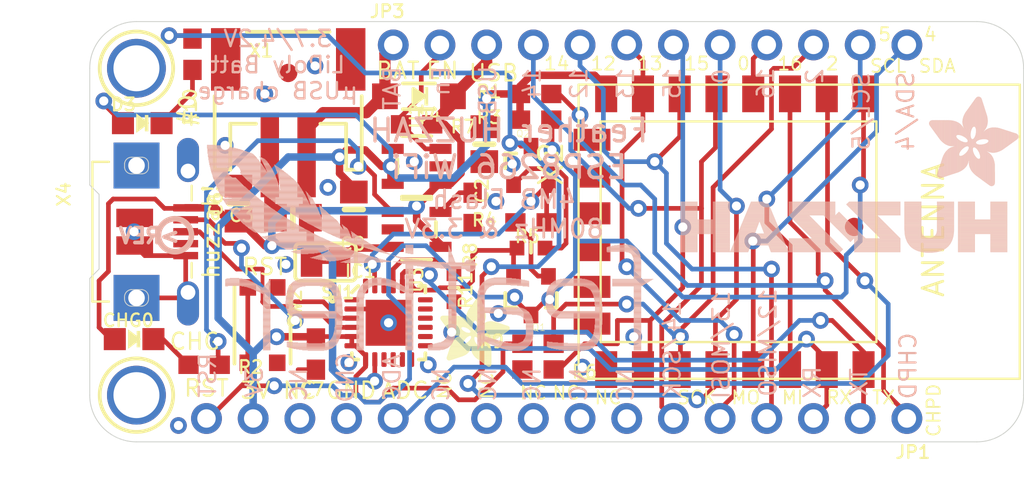
<source format=kicad_pcb>
(kicad_pcb (version 20211014) (generator pcbnew)
  (layers (0 "F.Cu" signal) (31 "B.Cu" signal) (34 "B.Paste" user) (35 "F.Paste" user) (36 "B.SilkS" user "B.Silkscreen") (37 "F.SilkS" user "F.Silkscreen") (38 "B.Mask" user) (39 "F.Mask" user) (44 "Edge.Cuts" user))
  (net 0 "")
  (net 1 "GND")
  (net 2 "VBUS")
  (net 3 "VBAT")
  (net 4 "N$1")
  (net 5 "N$3")
  (net 6 "N$4")
  (net 7 "3.3V")
  (net 8 "RESET")
  (net 9 "ADC")
  (net 10 "CH_PD")
  (net 11 "GPIO16")
  (net 12 "GPIO15")
  (net 13 "GPIO0")
  (net 14 "RXD")
  (net 15 "TXD")
  (net 16 "N$5")
  (net 17 "N$2")
  (net 18 "N$6")
  (net 19 "RTS")
  (net 20 "DTR")
  (net 21 "N$12")
  (net 22 "N$13")
  (net 23 "EN")
  (net 24 "GPIO5/SCL")
  (net 25 "GPIO4/SDA")
  (net 26 "GPIO2")
  (net 27 "GPIO14/SCK")
  (net 28 "GPIO13/MOSI")
  (net 29 "GPIO12/MISO")
  (net 30 "USB_RX")
  (net 31 "N$7")
  (footprint "boardEagle:SOT23-5" (layer "F.Cu") (at 140.8811 101.4476 90)
    (fp_text reference "U2")
    (fp_text value "SPX3819")
  )
  (footprint "boardEagle:MOUNTINGHOLE_2.5_PLATED" (layer "F.Cu") (at 125.6411 96.1136 -90)
    (fp_text reference "U$31" hide)
    (fp_text value "MOUNTINGHOLE2.5" hide)
  )
  (footprint "boardEagle:SOLDERJUMPER_CLOSEDWIRE" (layer "F.Cu") (at 135.9281 106.6546 180)
    (fp_text reference "SJ1")
    (fp_text value "")
  )
  (footprint "boardEagle:0603-NO" (layer "F.Cu") (at 147.1041 104.4956 180)
    (fp_text reference "R4")
    (fp_text value "10K")
  )
  (footprint "boardEagle:0603-NO" (layer "F.Cu") (at 147.3581 98.9076 180)
    (fp_text reference "R3")
    (fp_text value "10K")
  )
  (footprint "boardEagle:0805-NO" (layer "F.Cu") (at 131.1891 103.4746 90)
    (fp_text reference "C6")
    (fp_text value "10µF")
  )
  (footprint "boardEagle:ADAFRUIT_3.5MM" (layer "F.Cu") (at 142.1511 112.3696)
    (fp_text reference "U$15" hide)
    (fp_text value "" hide)
  )
  (footprint "boardEagle:0603-NO" (layer "F.Cu") (at 147.4851 112.4966)
    (fp_text reference "R6")
    (fp_text value "4.7K")
  )
  (footprint "boardEagle:1X12_ROUND" (layer "F.Cu") (at 153.5811 94.8436)
    (fp_text reference "JP3")
    (fp_text value "")
  )
  (footprint "boardEagle:4UCONN_20329_V2" (layer "F.Cu") (at 127.5461 105.0036 -90)
    (fp_text reference "X4")
    (fp_text value "20329")
    (fp_line (start -4.05 2.15) (end -4.05 1.6) (layer "Edge.Cuts") (width 0.05))
    (fp_line (start -3.5 2.55) (end -3.7 2.55) (layer "Edge.Cuts") (width 0.05))
    (fp_line (start -3.15 1.6) (end -3.15 2.15) (layer "Edge.Cuts") (width 0.05))
    (fp_line (start 4.05 1.6) (end 4.05 2.2) (layer "Edge.Cuts") (width 0.05))
    (fp_line (start 3.15 2.2) (end 3.15 1.6) (layer "Edge.Cuts") (width 0.05))
    (fp_line (start -3.7 1.25) (end -3.5 1.25) (layer "Edge.Cuts") (width 0.05))
    (fp_arc (start -3.15 2.15) (mid -3.242157 2.422487) (end -3.5 2.55) (layer "Edge.Cuts") (width 0.05))
    (fp_arc (start -4.05 1.6) (mid -3.947487 1.352513) (end -3.7 1.25) (layer "Edge.Cuts") (width 0.05))
    (fp_arc (start 3.15 1.6) (mid 3.302513 1.331802) (end 3.6 1.25) (layer "Edge.Cuts") (width 0.05))
    (fp_arc (start -3.7 2.55) (mid -3.957843 2.422487) (end -4.05 2.15) (layer "Edge.Cuts") (width 0.05))
    (fp_arc (start 4.05 2.2) (mid 3.897487 2.468198) (end 3.6 2.55) (layer "Edge.Cuts") (width 0.05))
    (fp_arc (start 3.6 1.25) (mid 3.897487 1.331802) (end 4.05 1.6) (layer "Edge.Cuts") (width 0.05))
    (fp_arc (start -3.5 1.25) (mid -3.252513 1.352513) (end -3.15 1.6) (layer "Edge.Cuts") (width 0.05))
    (fp_arc (start 3.6 2.55) (mid 3.302513 2.468198) (end 3.15 2.2) (layer "Edge.Cuts") (width 0.05))
  )
  (footprint "boardEagle:MOUNTINGHOLE_2.5_PLATED" (layer "F.Cu") (at 125.6411 113.8936 -90)
    (fp_text reference "U$32" hide)
    (fp_text value "MOUNTINGHOLE2.5" hide)
  )
  (footprint "boardEagle:SOT23-3" (layer "F.Cu") (at 147.1041 108.4326 180)
    (fp_text reference "Q1")
    (fp_text value "mmbt2222")
  )
  (footprint "boardEagle:0603-NO" (layer "F.Cu") (at 147.3581 97.5106 180)
    (fp_text reference "R1")
    (fp_text value "10K")
  )
  (footprint "boardEagle:0805-NO" (layer "F.Cu") (at 134.1501 104.2416 180)
    (fp_text reference "C3")
    (fp_text value "10µF")
  )
  (footprint "" (layer "F.Cu") (at 171.3611 95.4786)
    (fp_text reference "@HOLE1" hide)
    (fp_text value "")
  )
  (footprint "boardEagle:BTN_KMR2_4.6X2.8" (layer "F.Cu") (at 132.4991 110.0836 -90)
    (fp_text reference "SW2")
    (fp_text value "KMR2")
  )
  (footprint "boardEagle:SOT23-5" (layer "F.Cu") (at 140.8811 104.8766 -90)
    (fp_text reference "U3")
    (fp_text value "MCP73831T-2ACI/OT")
  )
  (footprint "boardEagle:0805-NO" (layer "F.Cu") (at 137.4671 103.7936 -90)
    (fp_text reference "C8")
    (fp_text value "10µF")
  )
  (footprint "boardEagle:CHIPLED_0805_NOOUTLINE" (layer "F.Cu") (at 125.5141 110.8456 -90)
    (fp_text reference "CHG0")
    (fp_text value "ORANGE")
  )
  (footprint "boardEagle:0603-NO" (layer "F.Cu") (at 140.8811 99.1616)
    (fp_text reference "R7")
    (fp_text value "10K")
  )
  (footprint "boardEagle:_0603MP" (layer "F.Cu") (at 147.1041 105.8926)
    (fp_text reference "R5")
    (fp_text value "10K")
  )
  (footprint "boardEagle:_0603MP" (layer "F.Cu") (at 142.9131 108.0516 -90)
    (fp_text reference "R11")
    (fp_text value "1K")
  )
  (footprint "boardEagle:0603-NO" (layer "F.Cu") (at 128.6891 95.3516 -90)
    (fp_text reference "R10")
    (fp_text value "1K")
  )
  (footprint "" (layer "F.Cu") (at 171.3611 114.5921)
    (fp_text reference "@HOLE0" hide)
    (fp_text value "")
  )
  (footprint "boardEagle:JSTPH2" (layer "F.Cu") (at 133.8961 97.1296)
    (fp_text reference "X1")
    (fp_text value "JSTPH")
  )
  (footprint "boardEagle:0603-NO" (layer "F.Cu") (at 135.4031 111.6586 -90)
    (fp_text reference "C7")
    (fp_text value "1uF")
  )
  (footprint "boardEagle:CHIPLED_0805_NOOUTLINE" (layer "F.Cu") (at 125.9586 99.0981 -90)
    (fp_text reference "D3")
    (fp_text value "RED")
  )
  (footprint "boardEagle:SOT23-3" (layer "F.Cu") (at 147.1041 101.4476)
    (fp_text reference "Q2")
    (fp_text value "mmbt2222")
  )
  (footprint "boardEagle:1X16_ROUND" (layer "F.Cu") (at 148.5011 115.1636 180)
    (fp_text reference "JP1")
    (fp_text value "")
  )
  (footprint "boardEagle:ESP-12E" (layer "F.Cu") (at 159.4231 105.0036 -90)
    (fp_text reference "X2")
    (fp_text value "ESP-12")
  )
  (footprint "boardEagle:0603-NO" (layer "F.Cu") (at 143.9291 103.7336 -90)
    (fp_text reference "R8")
    (fp_text value "10K\\")
  )
  (footprint "boardEagle:0603-NO" (layer "F.Cu") (at 147.4851 111.0996 180)
    (fp_text reference "R9")
    (fp_text value "10K")
  )
  (footprint "boardEagle:0805-NO" (layer "F.Cu") (at 144.5641 100.2411 -90)
    (fp_text reference "C2")
    (fp_text value "10uF")
  )
  (footprint "boardEagle:FIDUCIAL_1MM" (layer "F.Cu") (at 133.8961 96.3676 -90)
    (fp_text reference "U$34" hide)
    (fp_text value "FIDUCIAL\"\"" hide)
  )
  (footprint "boardEagle:QFN24_4MM_SMSC" (layer "F.Cu") (at 139.3571 109.9566)
    (fp_text reference "IC1")
    (fp_text value "CP2104")
  )
  (footprint "boardEagle:SOD-123" (layer "F.Cu") (at 141.0081 97.6376 180)
    (fp_text reference "D4")
    (fp_text value "MBR120")
  )
  (footprint "boardEagle:0603-NO" (layer "F.Cu") (at 129.3241 112.2426)
    (fp_text reference "R2")
    (fp_text value "1K")
  )
  (footprint "boardEagle:FIDUCIAL_1MM" (layer "F.Cu") (at 164.6773 104.7426 -90)
    (fp_text reference "U$35" hide)
    (fp_text value "FIDUCIAL\"\"" hide)
  )
  (footprint "boardEagle:ADAFRUIT_5MM" (layer "B.Cu") (at 168.7576 102.5271 90)
    (fp_text reference "U$7" hide)
    (fp_text value "" hide)
  )
  (footprint "boardEagle:HUZZAHLOGO" (layer "B.Cu") (at 173.0121 106.1466 180)
    (fp_text reference "U$23" hide)
    (fp_text value "" hide)
  )
  (footprint "boardEagle:FEATHERLOGO" (layer "B.Cu") (at 153.7716 111.5441 180)
    (fp_text reference "U$9" hide)
    (fp_text value "" hide)
  )
  (footprint "boardEagle:PCBFEAT-REV-040" (layer "B.Cu") (at 127.7366 105.1941 180)
    (fp_text reference "U$13" hide)
    (fp_text value "" hide)
  )
  (gr_line (start 123.1011 96.1136) (end 123.1011 102.4636) (layer "Edge.Cuts") (width 0.05))
  (gr_arc (start 123.1011 96.1136) (mid 123.845049 94.317549) (end 125.6411 93.5736) (layer "Edge.Cuts") (width 0.05))
  (gr_line (start 171.3611 93.5736) (end 125.6411 93.5736) (layer "Edge.Cuts") (width 0.05))
  (gr_line (start 123.6091 107.0356) (end 123.1011 107.5436) (layer "Edge.Cuts") (width 0.05))
  (gr_line (start 125.6411 116.4336) (end 171.3611 116.4336) (layer "Edge.Cuts") (width 0.05))
  (gr_line (start 123.6091 102.9716) (end 123.6091 107.0356) (layer "Edge.Cuts") (width 0.05))
  (gr_arc (start 125.6411 116.4336) (mid 123.845049 115.689651) (end 123.1011 113.8936) (layer "Edge.Cuts") (width 0.05))
  (gr_arc (start 171.3611 93.5736) (mid 173.157151 94.317549) (end 173.9011 96.1136) (layer "Edge.Cuts") (width 0.05))
  (gr_line (start 123.1011 102.4636) (end 123.6091 102.9716) (layer "Edge.Cuts") (width 0.05))
  (gr_line (start 173.9011 113.8936) (end 173.9011 96.1136) (layer "Edge.Cuts") (width 0.05))
  (gr_line (start 123.1011 107.5436) (end 123.1011 113.8936) (layer "Edge.Cuts") (width 0.05))
  (gr_arc (start 173.9011 113.8936) (mid 173.157151 115.689651) (end 171.3611 116.4336) (layer "Edge.Cuts") (width 0.05))
  (gr_text "14/SCK" (at 154.7876 111.4171 -270) (layer "B.SilkS") (effects (font (size 0.89408 0.89408) (thickness 0.12192)) (justify mirror)))
  (gr_text "2" (at 162.5346 96.5581 -270) (layer "B.SilkS") (effects (font (size 0.89408 0.89408) (thickness 0.12192)) (justify mirror)))
  (gr_text "En" (at 142.2146 96.8121 -270) (layer "B.SilkS") (effects (font (size 0.89408 0.89408) (thickness 0.12192)) (justify mirror)))
  (gr_text "BAT" (at 139.5476 97.1931 -270) (layer "B.SilkS") (effects (font (size 0.89408 0.89408) (thickness 0.12192)) (justify mirror)))
  (gr_text "SDA/4" (at 167.4876 98.4631 -270) (layer "B.SilkS") (effects (font (size 0.89408 0.89408) (thickness 0.12192)) (justify mirror)))
  (gr_text "15" (at 154.7876 96.9391 -270) (layer "B.SilkS") (effects (font (size 0.89408 0.89408) (thickness 0.12192)) (justify mirror)))
  (gr_text "12" (at 149.7076 96.9391 -270) (layer "B.SilkS") (effects (font (size 0.89408 0.89408) (thickness 0.12192)) (justify mirror)))
  (gr_text "NC" (at 149.7076 113.3221 -270) (layer "B.SilkS") (effects (font (size 0.89408 0.89408) (thickness 0.12192)) (justify mirror)))
  (gr_text "16" (at 159.8676 96.9391 -270) (layer "B.SilkS") (effects (font (size 0.89408 0.89408) (thickness 0.12192)) (justify mirror)))
  (gr_text "NC" (at 134.4676 113.3221 -270) (layer "B.SilkS") (effects (font (size 0.89408 0.89408) (thickness 0.12192)) (justify mirror)))
  (gr_text "14" (at 147.1676 96.9391 -270) (layer "B.SilkS") (effects (font (size 0.89408 0.89408) (thickness 0.12192)) (justify mirror)))
  (gr_text "USB" (at 144.7546 97.3201 -270) (layer "B.SilkS") (effects (font (size 0.89408 0.89408) (thickness 0.12192)) (justify mirror)))
  (gr_text "4MB Flash\n80MHz & 3.3V" (at 145.6436 104.0511) (layer "B.SilkS") (effects (font (size 0.99441 0.99441) (thickness 0.14859)) (justify mirror)))
  (gr_text "NC" (at 147.1676 113.3221 -270) (layer "B.SilkS") (effects (font (size 0.89408 0.89408) (thickness 0.12192)) (justify mirror)))
  (gr_text "SCL/5" (at 165.0746 98.4631 -270) (layer "B.SilkS") (effects (font (size 0.89408 0.89408) (thickness 0.12192)) (justify mirror)))
  (gr_text "ADC" (at 139.5476 112.9411 -270) (layer "B.SilkS") (effects (font (size 0.89408 0.89408) (thickness 0.12192)) (justify mirror)))
  (gr_text "RST" (at 129.5146 112.8141 -270) (layer "B.SilkS") (effects (font (size 0.89408 0.89408) (thickness 0.12192)) (justify mirror)))
  (gr_text "3.7/4.2V\nLiPoly Batt\nµUSB charge" (at 133.3246 95.9231) (layer "B.SilkS") (effects (font (size 0.88392 0.88392) (thickness 0.13208)) (justify mirror)))
  (gr_text "NC" (at 142.2146 113.3221 -270) (layer "B.SilkS") (effects (font (size 0.89408 0.89408) (thickness 0.12192)) (justify mirror)))
  (gr_text "NC" (at 144.7546 113.3221 -270) (layer "B.SilkS") (effects (font (size 0.89408 0.89408) (thickness 0.12192)) (justify mirror)))
  (gr_text "3V" (at 132.0546 113.1951 -270) (layer "B.SilkS") (effects (font (size 0.89408 0.89408) (thickness 0.12192)) (justify mirror)))
  (gr_text "GND" (at 137.0076 112.9411 -270) (layer "B.SilkS") (effects (font (size 0.89408 0.89408) (thickness 0.12192)) (justify mirror)))
  (gr_text "Feather HUZZAH\nESP8266 WiFi" (at 145.8976 100.4951) (layer "B.SilkS") (effects (font (size 1.237488 1.237488) (thickness 0.184912)) (justify mirror)))
  (gr_text "0" (at 157.4546 96.5581 -270) (layer "B.SilkS") (effects (font (size 0.89408 0.89408) (thickness 0.12192)) (justify mirror)))
  (gr_text "13/MOSI" (at 157.4546 111.1631 -270) (layer "B.SilkS") (effects (font (size 0.89408 0.89408) (thickness 0.12192)) (justify mirror)))
  (gr_text "TX" (at 164.9476 113.1951 -270) (layer "B.SilkS") (effects (font (size 0.89408 0.89408) (thickness 0.12192)) (justify mirror)))
  (gr_text "13" (at 152.2476 96.9391 -270) (layer "B.SilkS") (effects (font (size 0.89408 0.89408) (thickness 0.12192)) (justify mirror)))
  (gr_text "RX" (at 162.4076 113.1951 -270) (layer "B.SilkS") (effects (font (size 0.89408 0.89408) (thickness 0.12192)) (justify mirror)))
  (gr_text "CHPD" (at 167.6146 112.3061 -270) (layer "B.SilkS") (effects (font (size 0.89408 0.89408) (thickness 0.12192)) (justify mirror)))
  (gr_text "NC" (at 152.2476 113.3221 -270) (layer "B.SilkS") (effects (font (size 0.89408 0.89408) (thickness 0.12192)) (justify mirror)))
  (gr_text "12/MISO" (at 159.9946 111.0361 -270) (layer "B.SilkS") (effects (font (size 0.89408 0.89408) (thickness 0.12192)) (justify mirror)))
  (gr_text "12" (at 151.0411 95.8596) (layer "F.SilkS") (effects (font (size 0.715264 0.715264) (thickness 0.097536))))
  (gr_text "2" (at 163.4871 95.8596) (layer "F.SilkS") (effects (font (size 0.715264 0.715264) (thickness 0.097536))))
  (gr_text "13" (at 153.5811 95.8596) (layer "F.SilkS") (effects (font (size 0.715264 0.715264) (thickness 0.097536))))
  (gr_text "CHPD" (at 169.0116 114.7191 90) (layer "F.SilkS") (effects (font (size 0.715264 0.715264) (thickness 0.097536))))
  (gr_text "RX" (at 163.8681 114.0206) (layer "F.SilkS") (effects (font (size 0.715264 0.715264) (thickness 0.097536))))
  (gr_text "TX" (at 166.2811 114.0206) (layer "F.SilkS") (effects (font (size 0.715264 0.715264) (thickness 0.097536))))
  (gr_text "4" (at 168.8211 94.2721) (layer "F.SilkS") (effects (font (size 0.715264 0.715264) (thickness 0.097536))))
  (gr_text "#0" (at 128.4351 98.3996 90) (layer "F.SilkS") (effects (font (size 0.89408 0.89408) (thickness 0.12192))))
  (gr_text "NC" (at 134.5311 113.6396) (layer "F.SilkS") (effects (font (size 0.89408 0.89408) (thickness 0.12192))))
  (gr_text "MI" (at 161.3281 114.0206) (layer "F.SilkS") (effects (font (size 0.715264 0.715264) (thickness 0.097536))))
  (gr_text "NC" (at 144.6911 113.3856 90) (layer "F.SilkS") (effects (font (size 0.715264 0.715264) (thickness 0.097536))))
  (gr_text "5" (at 166.3446 94.2721) (layer "F.SilkS") (effects (font (size 0.715264 0.715264) (thickness 0.097536))))
  (gr_text "NC" (at 149.0091 113.7666) (layer "F.SilkS") (effects (font (size 0.715264 0.715264) (thickness 0.097536))))
  (gr_text "15" (at 156.1211 95.8596) (layer "F.SilkS") (effects (font (size 0.715264 0.715264) (thickness 0.097536))))
  (gr_text "CHG" (at 128.8161 110.9726) (layer "F.SilkS") (effects (font (size 0.89408 0.89408) (thickness 0.12192))))
  (gr_text "0" (at 158.6611 95.8596) (layer "F.SilkS") (effects (font (size 0.715264 0.715264) (thickness 0.097536))))
  (gr_text "NC" (at 151.2951 114.0206) (layer "F.SilkS") (effects (font (size 0.715264 0.715264) (thickness 0.097536))))
  (gr_text "RST" (at 129.4511 113.5126) (layer "F.SilkS") (effects (font (size 0.89408 0.89408) (thickness 0.12192))))
  (gr_text "ADC" (at 140.2461 113.6396) (layer "F.SilkS") (effects (font (size 0.89408 0.89408) (thickness 0.12192))))
  (gr_text "NC" (at 142.4051 113.3856 90) (layer "F.SilkS") (effects (font (size 0.715264 0.715264) (thickness 0.097536))))
  (gr_text "GND" (at 137.3251 113.6396) (layer "F.SilkS") (effects (font (size 0.89408 0.89408) (thickness 0.12192))))
  (gr_text "SCK" (at 156.1211 114.0206) (layer "F.SilkS") (effects (font (size 0.715264 0.715264) (thickness 0.097536))))
  (gr_text "SDA" (at 169.2021 95.9866) (layer "F.SilkS") (effects (font (size 0.715264 0.715264) (thickness 0.097536))))
  (gr_text "huzzah!" (at 129.7051 105.0036 90) (layer "F.SilkS") (effects (font (size 0.89408 0.89408) (thickness 0.12192))))
  (gr_text "EN" (at 142.2781 96.2406) (layer "F.SilkS") (effects (font (size 0.89408 0.89408) (thickness 0.12192))))
  (gr_text "14" (at 148.5011 95.8596) (layer "F.SilkS") (effects (font (size 0.715264 0.715264) (thickness 0.097536))))
  (gr_text "RST" (at 132.6261 106.9086) (layer "F.SilkS") (effects (font (size 0.89408 0.89408) (thickness 0.12192))))
  (gr_text "MO" (at 158.7881 114.0206) (layer "F.SilkS") (effects (font (size 0.715264 0.715264) (thickness 0.097536))))
  (gr_text "NC" (at 147.2311 113.7666) (layer "F.SilkS") (effects (font (size 0.715264 0.715264) (thickness 0.097536))))
  (gr_text "SCL" (at 166.5351 95.9866) (layer "F.SilkS") (effects (font (size 0.715264 0.715264) (thickness 0.097536))))
  (gr_text "BAT" (at 139.8651 96.2406) (layer "F.SilkS") (effects (font (size 0.89408 0.89408) (thickness 0.12192))))
  (gr_text "3V" (at 132.1181 113.6396) (layer "F.SilkS") (effects (font (size 0.89408 0.89408) (thickness 0.12192))))
  (gr_text "16" (at 161.2011 95.8596) (layer "F.SilkS") (effects (font (size 0.715264 0.715264) (thickness 0.097536))))
  (gr_text "USB" (at 145.0721 96.3676) (layer "F.SilkS") (effects (font (size 0.89408 0.89408) (thickness 0.12192))))
  (segment (start 136.9441 105.0036) (end 137.3251 105.0036) (width 0.254) (layer "F.Cu") (net 1))
  (segment (start 137.4671 104.7436) (end 137.4671 104.8616) (width 0.4064) (layer "F.Cu") (net 1))
  (segment (start 137.4671 104.8616) (end 137.3251 105.0036) (width 0.4064) (layer "F.Cu") (net 1))
  (segment (start 128.3211 106.3036) (end 128.3211 108.1786) (width 0.254) (layer "F.Cu") (net 1))
  (segment (start 128.1461 108.6036) (end 128.4461 108.3036) (width 0.254) (layer "F.Cu") (net 1))
  (segment (start 133.2001 104.2416) (end 132.8961 103.9376) (width 0.6096) (layer "F.Cu") (net 1))
  (segment (start 128.3211 108.1786) (end 128.4461 108.3036) (width 0.254) (layer "F.Cu") (net 1))
  (segment (start 132.8961 103.9376) (end 132.8961 100.8296) (width 0.6096) (layer "F.Cu") (net 1))
  (segment (start 139.1031 109.7026) (end 139.3571 109.9566) (width 0.254) (layer "F.Cu") (net 1))
  (segment (start 124.6961 101.4036) (end 125.6461 101.4036) (width 0.254) (layer "F.Cu") (net 1))
  (segment (start 126.0961 106.3036) (end 125.5461 105.7536) (width 0.254) (layer "F.Cu") (net 1))
  (segment (start 139.1031 109.2066) (end 139.1031 109.7026) (width 0.254) (layer "F.Cu") (net 1))
  (segment (start 128.3211 106.3036) (end 126.0961 106.3036) (width 0.254) (layer "F.Cu") (net 1))
  (segment (start 139.1031 109.2066) (end 137.3571 109.2066) (width 0.254) (layer "F.Cu") (net 1))
  (segment (start 134.4361 112.5086) (end 135.4031 112.5086) (width 0.254) (layer "F.Cu") (net 1))
  (segment (start 125.6461 108.6036) (end 128.1461 108.6036) (width 0.254) (layer "F.Cu") (net 1))
  (via (at 130.4671 100.3046) (size 0.9064) (drill 0.5) (layers "F.Cu" "B.Cu") (net 1))
  (via (at 137.1981 112.1156) (size 0.9064) (drill 0.5) (layers "F.Cu" "B.Cu") (net 1))
  (via (at 133.7691 106.7816) (size 0.9064) (drill 0.5) (layers "F.Cu" "B.Cu") (net 1))
  (via (at 149.8981 112.3696) (size 0.9064) (drill 0.5) (layers "F.Cu" "B.Cu") (net 1))
  (via (at 132.6261 97.5106) (size 0.9064) (drill 0.5) (layers "F.Cu" "B.Cu") (net 1))
  (via (at 141.5161 112.2426) (size 0.9064) (drill 0.5) (layers "F.Cu" "B.Cu") (net 1))
  (via (at 146.0881 101.3206) (size 0.9064) (drill 0.5) (layers "F.Cu" "B.Cu") (net 1))
  (via (at 139.3571 109.9566) (size 0.9064) (drill 0.5) (layers "F.Cu" "B.Cu") (net 1))
  (via (at 145.1991 103.3526) (size 0.9064) (drill 0.5) (layers "F.Cu" "B.Cu") (net 1))
  (via (at 145.3261 109.4486) (size 0.9064) (drill 0.5) (layers "F.Cu" "B.Cu") (net 1))
  (via (at 152.6921 110.7186) (size 0.9064) (drill 0.5) (layers "F.Cu" "B.Cu") (net 1))
  (via (at 136.0551 102.5906) (size 0.9064) (drill 0.5) (layers "F.Cu" "B.Cu") (net 1))
  (via (at 140.7541 101.1936) (size 0.9064) (drill 0.5) (layers "F.Cu" "B.Cu") (net 1))
  (via (at 135.3566 95.9866) (size 0.9064) (drill 0.5) (layers "F.Cu" "B.Cu") (net 1))
  (via (at 125.5141 105.0036) (size 0.9064) (drill 0.5) (layers "F.Cu" "B.Cu") (net 1))
  (via (at 127.9271 115.5446) (size 0.9064) (drill 0.5) (layers "F.Cu" "B.Cu") (net 1))
  (segment (start 127.1651 103.7336) (end 128.2911 103.7336) (width 0.254) (layer "F.Cu") (net 2))
  (segment (start 138.6071 111.9566) (end 138.6071 113.1436) (width 0.254) (layer "F.Cu") (net 2))
  (segment (start 143.2941 101.8286) (end 143.2941 100.0506) (width 0.4064) (layer "F.Cu") (net 2))
  (segment (start 124.2441 110.8456) (end 123.6091 110.2106) (width 0.254) (layer "F.Cu") (net 2))
  (segment (start 123.6091 107.6706) (end 124.1171 107.1626) (width 0.254) (layer "F.Cu") (net 2))
  (segment (start 126.6571 103.2256) (end 127.1651 103.7336) (width 0.254) (layer "F.Cu") (net 2))
  (segment (start 130.6501 104.4246) (end 131.1891 104.4246) (width 0.4064) (layer "F.Cu") (net 2))
  (segment (start 142.1812 105.6996) (end 142.1812 105.8266) (width 0.4064) (layer "F.Cu") (net 2))
  (segment (start 143.2941 101.8286) (end 142.7251 102.3976) (width 0.4064) (layer "F.Cu") (net 2))
  (segment (start 144.6911 95.8046) (end 144.6911 94.8436) (width 0.6096) (layer "F.Cu") (net 2))
  (segment (start 142.8581 98.0346) (end 142.8581 97.6376) (width 0.6096) (layer "F.Cu") (net 2))
  (segment (start 140.8811 103.6066) (end 142.0901 102.3976) (width 0.4064) (layer "F.Cu") (net 2))
  (segment (start 142.7251 102.3976) (end 142.1812 102.3976) (width 0.4064) (layer "F.Cu") (net 2))
  (segment (start 124.4641 110.8456) (end 124.2441 110.8456) (width 0.254) (layer "F.Cu") (net 2))
  (segment (start 142.8581 97.6376) (end 144.6911 95.8046) (width 0.6096) (layer "F.Cu") (net 2))
  (segment (start 128.3211 103.7036) (end 129.9291 103.7036) (width 0.4064) (layer "F.Cu") (net 2))
  (segment (start 138.6071 113.1436) (end 138.5951 113.1316) (width 0.254) (layer "F.Cu") (net 2))
  (segment (start 129.9291 103.7036) (end 130.6501 104.4246) (width 0.4064) (layer "F.Cu") (net 2))
  (segment (start 123.6091 110.2106) (end 123.6091 107.6706) (width 0.254) (layer "F.Cu") (net 2))
  (segment (start 140.8811 104.3995) (end 142.1812 105.6996) (width 0.4064) (layer "F.Cu") (net 2))
  (segment (start 131.2851 104.4246) (end 132.6261 105.7656) (width 0.4064) (layer "F.Cu") (net 2))
  (segment (start 140.8811 104.3995) (end 140.8811 103.6066) (width 0.4064) (layer "F.Cu") (net 2))
  (segment (start 124.3711 103.2256) (end 126.6571 103.2256) (width 0.254) (layer "F.Cu") (net 2))
  (segment (start 124.1171 103.4796) (end 124.3711 103.2256) (width 0.254) (layer "F.Cu") (net 2))
  (segment (start 141.7311 99.1616) (end 142.8581 98.0346) (width 0.6096) (layer "F.Cu") (net 2))
  (segment (start 128.2911 103.7336) (end 128.3211 103.7036) (width 0.254) (layer "F.Cu") (net 2))
  (segment (start 124.1171 107.1626) (end 124.1171 103.4796) (width 0.254) (layer "F.Cu") (net 2))
  (segment (start 131.1891 104.4246) (end 131.2851 104.4246) (width 0.4064) (layer "F.Cu") (net 2))
  (segment (start 143.2941 100.0506) (end 142.4051 99.1616) (width 0.4064) (layer "F.Cu") (net 2))
  (segment (start 142.0901 102.3976) (end 142.1812 102.3976) (width 0.4064) (layer "F.Cu") (net 2))
  (segment (start 132.6261 105.7656) (end 133.0071 105.7656) (width 0.4064) (layer "F.Cu") (net 2))
  (segment (start 142.4051 99.1616) (end 141.7311 99.1616) (width 0.4064) (layer "F.Cu") (net 2))
  (via (at 138.5951 113.1316) (size 0.9064) (drill 0.5) (layers "F.Cu" "B.Cu") (net 2))
  (via (at 133.0071 105.7656) (size 0.9064) (drill 0.5) (layers "F.Cu" "B.Cu") (net 2))
  (via (at 140.8811 103.6066) (size 0.9064) (drill 0.5) (layers "F.Cu" "B.Cu") (net 2))
  (segment (start 138.5951 113.1316) (end 136.9441 113.1316) (width 0.4064) (layer "B.Cu") (net 2))
  (segment (start 136.3091 112.4966) (end 136.3091 106.5276) (width 0.4064) (layer "B.Cu") (net 2))
  (segment (start 133.6421 103.8606) (end 140.8811 103.8606) (width 0.4064) (layer "B.Cu") (net 2))
  (segment (start 135.5471 105.7656) (end 133.0071 105.7656) (width 0.4064) (layer "B.Cu") (net 2))
  (segment (start 133.0071 104.4956) (end 133.0071 105.7656) (width 0.4064) (layer "B.Cu") (net 2))
  (segment (start 140.8811 103.8606) (end 140.8811 103.6066) (width 0.254) (layer "B.Cu") (net 2))
  (segment (start 136.3091 106.5276) (end 135.5471 105.7656) (width 0.4064) (layer "B.Cu") (net 2))
  (segment (start 136.9441 113.1316) (end 136.3091 112.4966) (width 0.4064) (layer "B.Cu") (net 2))
  (segment (start 133.6421 103.8606) (end 133.0071 104.4956) (width 0.4064) (layer "B.Cu") (net 2))
  (segment (start 135.0396 100.6861) (end 135.0396 100.4321) (width 0.4064) (layer "F.Cu") (net 3))
  (segment (start 135.8011 98.5266) (end 138.1421 98.5266) (width 0.6096) (layer "F.Cu") (net 3))
  (segment (start 135.1001 106.5886) (end 135.1661 106.6546) (width 0.4064) (layer "F.Cu") (net 3))
  (segment (start 134.8961 104.0376) (end 135.1001 104.2416) (width 0.4064) (layer "F.Cu") (net 3))
  (segment (start 134.8961 100.8296) (end 135.0396 100.6861) (width 0.4064) (layer "F.Cu") (net 3))
  (segment (start 139.1581 95.2966) (end 139.1581 97.6376) (width 0.6096) (layer "F.Cu") (net 3))
  (segment (start 134.7851 99.5426) (end 135.8011 98.5266) (width 0.6096) (layer "F.Cu") (net 3))
  (segment (start 134.7851 99.5426) (end 134.7851 100.1776) (width 0.4064) (layer "F.Cu") (net 3))
  (segment (start 134.8961 104.0376) (end 134.8961 100.8296) (width 0.4064) (layer "F.Cu") (net 3))
  (segment (start 139.6111 94.8436) (end 139.1581 95.2966) (width 0.6096) (layer "F.Cu") (net 3))
  (segment (start 135.1001 104.2416) (end 135.1001 106.5886) (width 0.4064) (layer "F.Cu") (net 3))
  (segment (start 138.1421 98.5266) (end 139.0311 97.6376) (width 0.6096) (layer "F.Cu") (net 3))
  (segment (start 134.7851 100.1776) (end 135.0396 100.4321) (width 0.254) (layer "F.Cu") (net 3))
  (segment (start 139.0311 97.6376) (end 139.1581 97.6376) (width 0.6096) (layer "F.Cu") (net 3))
  (segment (start 126.5641 110.8456) (end 127.0771 110.8456) (width 0.254) (layer "F.Cu") (net 4))
  (segment (start 127.0771 110.8456) (end 128.4741 112.2426) (width 0.254) (layer "F.Cu") (net 4))
  (segment (start 138.5951 102.9716) (end 138.5951 101.9556) (width 0.254) (layer "F.Cu") (net 5))
  (segment (start 138.0871 101.4476) (end 137.7061 101.4476) (width 0.254) (layer "F.Cu") (net 5))
  (segment (start 130.0861 112.1546) (end 130.0861 110.9726) (width 0.254) (layer "F.Cu") (net 5))
  (segment (start 139.5501 103.9266) (end 139.581 103.9266) (width 0.254) (layer "F.Cu") (net 5))
  (segment (start 138.5951 101.9556) (end 138.0871 101.4476) (width 0.254) (layer "F.Cu") (net 5))
  (segment (start 130.1741 112.2426) (end 130.0861 112.1546) (width 0.254) (layer "F.Cu") (net 5))
  (segment (start 138.5951 102.9716) (end 139.5501 103.9266) (width 0.254) (layer "F.Cu") (net 5))
  (via (at 137.7061 101.4476) (size 0.9064) (drill 0.5) (layers "F.Cu" "B.Cu") (net 5))
  (via (at 130.0861 110.9726) (size 0.9064) (drill 0.5) (layers "F.Cu" "B.Cu") (net 5))
  (segment (start 129.4511 102.8446) (end 129.4511 110.3376) (width 0.254) (layer "B.Cu") (net 5))
  (segment (start 129.4511 110.3376) (end 130.0861 110.9726) (width 0.254) (layer "B.Cu") (net 5))
  (segment (start 137.1981 100.0506) (end 132.2451 100.0506) (width 0.254) (layer "B.Cu") (net 5))
  (segment (start 132.2451 100.0506) (end 129.4511 102.8446) (width 0.254) (layer "B.Cu") (net 5))
  (segment (start 137.7061 100.5586) (end 137.7061 101.4476) (width 0.254) (layer "B.Cu") (net 5))
  (segment (start 137.1981 100.0506) (end 137.7061 100.5586) (width 0.254) (layer "B.Cu") (net 5))
  (segment (start 143.9291 102.8836) (end 143.2242 102.8836) (width 0.254) (layer "F.Cu") (net 6))
  (segment (start 143.2242 102.8836) (end 142.1812 103.9266) (width 0.254) (layer "F.Cu") (net 6))
  (segment (start 137.4671 102.6056) (end 137.4671 102.8436) (width 0.4064) (layer "F.Cu") (net 7))
  (segment (start 144.6911 97.7646) (end 144.9451 97.5106) (width 0.4064) (layer "F.Cu") (net 7))
  (segment (start 135.4031 110.8086) (end 135.3131 110.7186) (width 0.4064) (layer "F.Cu") (net 7))
  (segment (start 146.5081 97.5106) (end 146.5081 97.4716) (width 0.254) (layer "F.Cu") (net 7))
  (segment (start 137.3571 111.2066) (end 137.5591 111.2066) (width 0.254) (layer "F.Cu") (net 7))
  (segment (start 138.1071 111.7546) (end 138.1071 111.9566) (width 0.254) (layer "F.Cu") (net 7))
  (segment (start 139.581 102.2706) (end 139.581 102.3976) (width 0.4064) (layer "F.Cu") (net 7))
  (segment (start 137.3571 110.7066) (end 137.3571 111.2066) (width 0.254) (layer "F.Cu") (net 7))
  (segment (start 147.1041 96.4946) (end 150.5651 96.4946) (width 0.4064) (layer "F.Cu") (net 7))
  (segment (start 144.6911 99.1641) (end 144.6911 97.7646) (width 0.4064) (layer "F.Cu") (net 7))
  (segment (start 136.6901 101.8286) (end 136.6901 100.9396) (width 0.4064) (layer "F.Cu") (net 7))
  (segment (start 138.1071 112.3496) (end 137.5791 112.8776) (width 0.254) (layer "F.Cu") (net 7))
  (segment (start 151.1931 97.1226) (end 151.1931 97.5036) (width 0.254) (layer "F.Cu") (net 7))
  (segment (start 123.8631 98.0526) (end 123.8631 97.8916) (width 0.254) (layer "F.Cu") (net 7))
  (segment (start 139.4841 102.1737) (end 139.581 102.2706) (width 0.4064) (layer "F.Cu") (net 7))
  (segment (start 146.5081 97.0906) (end 146.5081 97.5106) (width 0.4064) (layer "F.Cu") (net 7))
  (segment (start 138.9761 101.4476) (end 139.4841 101.4476) (width 0.4064) (layer "F.Cu") (net 7))
  (segment (start 137.0711 100.5586) (end 138.0871 100.5586) (width 0.4064) (layer "F.Cu") (net 7))
  (segment (start 138.0871 114.2746) (end 138.8491 114.2746) (width 0.254) (layer "F.Cu") (net 7))
  (segment (start 146.5081 98.9076) (end 146.5081 97.5106) (width 0.4064) (layer "F.Cu") (net 7))
  (segment (start 136.6901 100.9396) (end 137.0711 100.5586) (width 0.4064) (layer "F.Cu") (net 7))
  (segment (start 143.1671 114.1476) (end 144.0561 114.1476) (width 0.254) (layer "F.Cu") (net 7))
  (segment (start 137.3571 110.7066) (end 135.6321 110.7066) (width 0.254) (layer "F.Cu") (net 7))
  (segment (start 145.7071 111.0996) (end 146.6351 111.0996) (width 0.254) (layer "F.Cu") (net 7))
  (segment (start 144.5641 99.2911) (end 144.6911 99.1641) (width 0.4064) (layer "F.Cu") (net 7))
  (segment (start 144.0561 114.1476) (end 145.5801 112.6236) (width 0.254) (layer "F.Cu") (net 7))
  (segment (start 137.5591 111.2066) (end 138.1071 111.7546) (width 0.254) (layer "F.Cu") (net 7))
  (segment (start 145.5801 112.6236) (end 145.5801 111.2266) (width 0.254) (layer "F.Cu") (net 7))
  (segment (start 138.8491 114.2746) (end 139.6111 113.5126) (width 0.254) (layer "F.Cu") (net 7))
  (segment (start 139.4841 102.1737) (end 139.4841 101.4476) (width 0.4064) (layer "F.Cu") (net 7))
  (segment (start 135.5301 110.8086) (end 135.4031 110.8086) (width 0.4064) (layer "F.Cu") (net 7))
  (segment (start 137.5791 113.7666) (end 138.0871 114.2746) (width 0.254) (layer "F.Cu") (net 7))
  (segment (start 150.5651 96.4946) (end 151.1931 97.1226) (width 0.4064) (layer "F.Cu") (net 7))
  (segment (start 137.5791 112.8776) (end 137.5791 113.7666) (width 0.254) (layer "F.Cu") (net 7))
  (segment (start 144.9451 97.5106) (end 146.5081 97.5106) (width 0.4064) (layer "F.Cu") (net 7))
  (segment (start 139.6111 113.5126) (end 142.5321 113.5126) (width 0.254) (layer "F.Cu") (net 7))
  (segment (start 145.5801 111.2266) (end 145.7071 111.0996) (width 0.254) (layer "F.Cu") (net 7))
  (segment (start 136.6901 101.8286) (end 137.4671 102.6056) (width 0.4064) (layer "F.Cu") (net 7))
  (segment (start 147.1041 96.4946) (end 146.5081 97.0906) (width 0.4064) (layer "F.Cu") (net 7))
  (segment (start 138.0871 100.5586) (end 138.9761 101.4476) (width 0.4064) (layer "F.Cu") (net 7))
  (segment (start 138.1071 111.9566) (end 138.1071 112.3496) (width 0.254) (layer "F.Cu") (net 7))
  (segment (start 142.5321 113.5126) (end 143.1671 114.1476) (width 0.254) (layer "F.Cu") (net 7))
  (segment (start 135.6321 110.7066) (end 135.5301 110.8086) (width 0.4064) (layer "F.Cu") (net 7))
  (segment (start 135.3131 110.7186) (end 133.2611 110.7186) (width 0.4064) (layer "F.Cu") (net 7))
  (segment (start 124.9086 99.0981) (end 123.8631 98.0526) (width 0.254) (layer "F.Cu") (net 7))
  (via (at 136.6901 100.9396) (size 0.9064) (drill 0.5) (layers "F.Cu" "B.Cu") (net 7))
  (via (at 123.8631 97.8916) (size 0.9064) (drill 0.5) (layers "F.Cu" "B.Cu") (net 7))
  (via (at 133.2611 110.7186) (size 0.9064) (drill 0.5) (layers "F.Cu" "B.Cu") (net 7))
  (via (at 139.4841 101.4476) (size 0.9064) (drill 0.5) (layers "F.Cu" "B.Cu") (net 7))
  (via (at 144.6911 97.7646) (size 0.9064) (drill 0.5) (layers "F.Cu" "B.Cu") (net 7))
  (segment (start 144.6911 100.3046) (end 144.6911 97.7646) (width 0.4064) (layer "B.Cu") (net 7))
  (segment (start 130.0861 104.7496) (end 133.8961 100.9396) (width 0.4064) (layer "B.Cu") (net 7))
  (segment (start 139.8651 102.0826) (end 139.4841 101.7016) (width 0.4064) (layer "B.Cu") (net 7))
  (segment (start 139.4841 100.5586) (end 137.5791 98.6536) (width 0.254) (layer "B.Cu") (net 7))
  (segment (start 131.9911 115.1636) (end 131.9911 111.6076) (width 0.4064) (layer "B.Cu") (net 7))
  (segment (start 131.9911 111.6076) (end 130.0861 109.7026) (width 0.4064) (layer "B.Cu") (net 7))
  (segment (start 123.8631 97.8916) (end 124.6251 98.6536) (width 0.254) (layer "B.Cu") (net 7))
  (segment (start 130.0861 109.7026) (end 130.0861 104.7496) (width 0.4064) (layer "B.Cu") (net 7))
  (segment (start 139.4841 101.7016) (end 139.4841 101.4476) (width 0.254) (layer "B.Cu") (net 7))
  (segment (start 124.6251 98.6536) (end 137.5791 98.6536) (width 0.254) (layer "B.Cu") (net 7))
  (segment (start 132.8801 110.7186) (end 131.9911 111.6076) (width 0.4064) (layer "B.Cu") (net 7))
  (segment (start 133.8961 100.9396) (end 136.6901 100.9396) (width 0.4064) (layer "B.Cu") (net 7))
  (segment (start 139.8651 102.0826) (end 142.9131 102.0826) (width 0.4064) (layer "B.Cu") (net 7))
  (segment (start 132.8801 110.7186) (end 133.2611 110.7186) (width 0.4064) (layer "B.Cu") (net 7))
  (segment (start 139.4841 101.4476) (end 139.4841 100.5586) (width 0.254) (layer "B.Cu") (net 7))
  (segment (start 142.9131 102.0826) (end 144.6911 100.3046) (width 0.4064) (layer "B.Cu") (net 7))
  (segment (start 131.6991 113.0426) (end 131.6991 112.1336) (width 0.254) (layer "F.Cu") (net 8))
  (segment (start 129.4511 115.1636) (end 129.5781 115.1636) (width 0.254) (layer "F.Cu") (net 8))
  (segment (start 165.1931 102.2816) (end 165.1931 97.5036) (width 0.254) (layer "F.Cu") (net 8))
  (segment (start 133.1341 113.3856) (end 131.3561 113.3856) (width 0.254) (layer "F.Cu") (net 8))
  (segment (start 147.0611 109.5326) (end 146.2151 108.6866) (width 0.254) (layer "F.Cu") (net 8))
  (segment (start 147.1041 109.5326) (end 147.0611 109.5326) (width 0.254) (layer "F.Cu") (net 8))
  (segment (start 165.0111 102.4636) (end 165.1931 102.2816) (width 0.254) (layer "F.Cu") (net 8))
  (segment (start 146.2151 108.6866) (end 146.2151 108.5596) (width 0.254) (layer "F.Cu") (net 8))
  (segment (start 131.3561 113.3856) (end 131.6991 113.0426) (width 0.254) (layer "F.Cu") (net 8))
  (segment (start 148.2081 98.9076) (end 148.2471 98.9466) (width 0.254) (layer "F.Cu") (net 8))
  (segment (start 148.2471 98.9466) (end 148.2471 100.5586) (width 0.254) (layer "F.Cu") (net 8))
  (segment (start 147.1041 109.5326) (end 147.9501 108.6866) (width 0.254) (layer "F.Cu") (net 8))
  (segment (start 147.9501 108.6866) (end 148.1201 108.6866) (width 0.254) (layer "F.Cu") (net 8))
  (segment (start 131.6991 108.0336) (end 131.6991 112.1336) (width 0.254) (layer "F.Cu") (net 8))
  (segment (start 129.5781 115.1636) (end 131.3561 113.3856) (width 0.254) (layer "F.Cu") (net 8))
  (via (at 133.1341 113.3856) (size 0.9064) (drill 0.5) (layers "F.Cu" "B.Cu") (net 8))
  (via (at 148.1201 108.6866) (size 0.9064) (drill 0.5) (layers "F.Cu" "B.Cu") (net 8))
  (via (at 165.0111 102.4636) (size 0.9064) (drill 0.5) (layers "F.Cu" "B.Cu") (net 8))
  (via (at 146.2151 108.5596) (size 0.9064) (drill 0.5) (layers "F.Cu" "B.Cu") (net 8))
  (via (at 148.2471 100.5586) (size 0.9064) (drill 0.5) (layers "F.Cu" "B.Cu") (net 8))
  (segment (start 149.6441 105.5116) (end 149.5171 105.3846) (width 0.254) (layer "B.Cu") (net 8))
  (segment (start 149.5171 105.3846) (end 149.5171 107.1626) (width 0.254) (layer "B.Cu") (net 8))
  (segment (start 164.2491 106.2736) (end 165.0111 105.5116) (width 0.254) (layer "B.Cu") (net 8))
  (segment (start 152.3111 105.5116) (end 155.3591 108.5596) (width 0.254) (layer "B.Cu") (net 8))
  (segment (start 139.6111 113.8936) (end 139.2301 113.8936) (width 0.254) (layer "B.Cu") (net 8))
  (segment (start 139.2301 113.8936) (end 138.8491 114.2746) (width 0.254) (layer "B.Cu") (net 8))
  (segment (start 136.3091 113.3856) (end 133.1341 113.3856) (width 0.254) (layer "B.Cu") (net 8))
  (segment (start 165.0111 105.5116) (end 165.0111 102.4636) (width 0.254) (layer "B.Cu") (net 8))
  (segment (start 149.5171 107.1626) (end 148.1201 108.5596) (width 0.254) (layer "B.Cu") (net 8))
  (segment (start 140.1191 105.7656) (end 139.3571 106.5276) (width 0.254) (layer "B.Cu") (net 8))
  (segment (start 141.3891 105.7656) (end 140.1191 105.7656) (width 0.254) (layer "B.Cu") (net 8))
  (segment (start 155.3591 108.5596) (end 163.9951 108.5596) (width 0.254) (layer "B.Cu") (net 8))
  (segment (start 148.2471 100.6856) (end 148.2471 100.5586) (width 0.254) (layer "B.Cu") (net 8))
  (segment (start 140.5001 113.0046) (end 139.6111 113.8936) (width 0.254) (layer "B.Cu") (net 8))
  (segment (start 164.2491 108.3056) (end 164.2491 106.2736) (width 0.254) (layer "B.Cu") (net 8))
  (segment (start 138.0871 114.2746) (end 137.7061 113.8936) (width 0.254) (layer "B.Cu") (net 8))
  (segment (start 148.1201 108.5596) (end 148.1201 108.6866) (width 0.254) (layer "B.Cu") (net 8))
  (segment (start 139.3571 108.4326) (end 140.5001 109.5756) (width 0.254) (layer "B.Cu") (net 8))
  (segment (start 136.8171 113.8936) (end 136.3091 113.3856) (width 0.254) (layer "B.Cu") (net 8))
  (segment (start 146.2151 108.5596) (end 144.1831 108.5596) (width 0.254) (layer "B.Cu") (net 8))
  (segment (start 149.5171 101.9556) (end 148.2471 100.6856) (width 0.254) (layer "B.Cu") (net 8))
  (segment (start 149.5171 101.9556) (end 149.5171 105.3846) (width 0.254) (layer "B.Cu") (net 8))
  (segment (start 138.8491 114.2746) (end 138.0871 114.2746) (width 0.254) (layer "B.Cu") (net 8))
  (segment (start 139.3571 106.5276) (end 139.3571 108.4326) (width 0.254) (layer "B.Cu") (net 8))
  (segment (start 144.1831 108.5596) (end 141.3891 105.7656) (width 0.254) (layer "B.Cu") (net 8))
  (segment (start 137.7061 113.8936) (end 136.8171 113.8936) (width 0.254) (layer "B.Cu") (net 8))
  (segment (start 140.5001 109.5756) (end 140.5001 113.0046) (width 0.254) (layer "B.Cu") (net 8))
  (segment (start 163.9951 108.5596) (end 164.2491 108.3056) (width 0.254) (layer "B.Cu") (net 8))
  (segment (start 149.6441 105.5116) (end 152.3111 105.5116) (width 0.254) (layer "B.Cu") (net 8))
  (segment (start 163.2331 97.5436) (end 163.2331 105.6386) (width 0.254) (layer "F.Cu") (net 9))
  (segment (start 163.1931 97.5036) (end 163.2331 97.5436) (width 0.254) (layer "F.Cu") (net 9))
  (segment (start 163.2331 105.6386) (end 165.2651 107.6706) (width 0.254) (layer "F.Cu") (net 9))
  (via (at 165.2651 107.6706) (size 0.9064) (drill 0.5) (layers "F.Cu" "B.Cu") (net 9))
  (segment (start 140.1191 115.1636) (end 142.9131 112.3696) (width 0.254) (layer "B.Cu") (net 9))
  (segment (start 142.9131 112.3696) (end 145.7071 112.3696) (width 0.254) (layer "B.Cu") (net 9))
  (segment (start 165.0111 113.2586) (end 166.5351 111.7346) (width 0.254) (layer "B.Cu") (net 9))
  (segment (start 165.2651 107.6706) (end 166.5351 108.9406) (width 0.254) (layer "B.Cu") (net 9))
  (segment (start 166.5351 111.7346) (end 166.5351 108.9406) (width 0.254) (layer "B.Cu") (net 9))
  (segment (start 139.6111 115.1636) (end 140.1191 115.1636) (width 0.254) (layer "B.Cu") (net 9))
  (segment (start 146.5961 113.2586) (end 145.7071 112.3696) (width 0.254) (layer "B.Cu") (net 9))
  (segment (start 146.5961 113.2586) (end 165.0111 113.2586) (width 0.254) (layer "B.Cu") (net 9))
  (segment (start 148.5011 97.5106) (end 148.2081 97.5106) (width 0.254) (layer "F.Cu") (net 10))
  (segment (start 163.1061 107.6706) (end 163.1061 108.1786) (width 0.254) (layer "F.Cu") (net 10))
  (segment (start 161.1931 97.5036) (end 161.1931 104.4876) (width 0.254) (layer "F.Cu") (net 10))
  (segment (start 162.7251 106.0196) (end 162.7251 107.2896) (width 0.254) (layer "F.Cu") (net 10))
  (segment (start 167.5511 114.9096) (end 167.5511 115.1636) (width 0.254) (layer "F.Cu") (net 10))
  (segment (start 148.6281 97.5106) (end 148.2081 97.5106) (width 0.254) (layer "F.Cu") (net 10))
  (segment (start 166.2811 113.6396) (end 167.5511 114.9096) (width 0.254) (layer "F.Cu") (net 10))
  (segment (start 149.7711 98.6536) (end 148.6281 97.5106) (width 0.254) (layer "F.Cu") (net 10))
  (segment (start 163.1061 108.1786) (end 166.2811 111.3536) (width 0.254) (layer "F.Cu") (net 10))
  (segment (start 166.2811 111.3536) (end 166.2811 113.6396) (width 0.254) (layer "F.Cu") (net 10))
  (segment (start 161.1931 104.4876) (end 162.7251 106.0196) (width 0.254) (layer "F.Cu") (net 10))
  (segment (start 162.7251 107.2896) (end 163.1061 107.6706) (width 0.254) (layer "F.Cu") (net 10))
  (via (at 149.7711 98.6536) (size 0.9064) (drill 0.5) (layers "F.Cu" "B.Cu") (net 10))
  (via (at 163.1061 107.6706) (size 0.9064) (drill 0.5) (layers "F.Cu" "B.Cu") (net 10))
  (segment (start 149.7711 100.0506) (end 149.7711 98.6536) (width 0.254) (layer "B.Cu") (net 10))
  (segment (start 152.1841 102.4636) (end 153.0731 102.4636) (width 0.254) (layer "B.Cu") (net 10))
  (segment (start 153.8351 106.1466) (end 155.6131 107.9246) (width 0.254) (layer "B.Cu") (net 10))
  (segment (start 155.6131 107.9246) (end 162.8521 107.9246) (width 0.254) (layer "B.Cu") (net 10))
  (segment (start 162.8521 107.9246) (end 163.1061 107.6706) (width 0.254) (layer "B.Cu") (net 10))
  (segment (start 153.0731 102.4636) (end 153.8351 103.2256) (width 0.254) (layer "B.Cu") (net 10))
  (segment (start 153.8351 103.2256) (end 153.8351 106.1466) (width 0.254) (layer "B.Cu") (net 10))
  (segment (start 149.7711 100.0506) (end 152.1841 102.4636) (width 0.254) (layer "B.Cu") (net 10))
  (segment (start 159.9311 94.8436) (end 159.1931 95.5816) (width 0.254) (layer "F.Cu") (net 11))
  (segment (start 159.1931 95.5816) (end 159.1931 97.5036) (width 0.254) (layer "F.Cu") (net 11))
  (segment (start 153.5811 109.8296) (end 151.8031 109.8296) (width 0.254) (layer "F.Cu") (net 12))
  (segment (start 153.5811 112.1156) (end 153.5811 109.8296) (width 0.254) (layer "F.Cu") (net 12))
  (segment (start 153.5811 112.1156) (end 153.1931 112.5036) (width 0.254) (layer "F.Cu") (net 12))
  (segment (start 151.8031 109.8296) (end 151.8031 111.0996) (width 0.254) (layer "F.Cu") (net 12))
  (segment (start 150.0251 111.0996) (end 148.6281 112.4966) (width 0.254) (layer "F.Cu") (net 12))
  (segment (start 151.8031 111.0996) (end 150.0251 111.0996) (width 0.254) (layer "F.Cu") (net 12))
  (segment (start 155.3591 108.0516) (end 155.3591 104.7496) (width 0.254) (layer "F.Cu") (net 12))
  (segment (start 148.6281 112.4966) (end 148.3351 112.4966) (width 0.254) (layer "F.Cu") (net 12))
  (segment (start 153.5811 109.8296) (end 155.3591 108.0516) (width 0.254) (layer "F.Cu") (net 12))
  (via (at 155.3591 104.7496) (size 0.9064) (drill 0.5) (layers "F.Cu" "B.Cu") (net 12))
  (segment (start 154.8511 94.8436) (end 155.3591 95.3516) (width 0.254) (layer "B.Cu") (net 12))
  (segment (start 155.3591 95.3516) (end 155.3591 104.7496) (width 0.254) (layer "B.Cu") (net 12))
  (segment (start 157.1371 112.4476) (end 157.1371 109.8296) (width 0.254) (layer "F.Cu") (net 13))
  (segment (start 146.5531 100.3476) (end 146.3831 100.1776) (width 0.254) (layer "F.Cu") (net 13))
  (segment (start 128.5231 94.3356) (end 127.4191 94.3356) (width 0.254) (layer "F.Cu") (net 13))
  (segment (start 146.3831 100.1776) (end 145.9611 100.1776) (width 0.254) (layer "F.Cu") (net 13))
  (segment (start 144.4371 107.4166) (end 144.9451 106.9086) (width 0.254) (layer "F.Cu") (net 13))
  (segment (start 156.1211 114.1476) (end 156.1211 114.4016) (width 0.254) (layer "F.Cu") (net 13))
  (segment (start 156.1211 114.4016) (end 157.1931 113.3296) (width 0.254) (layer "F.Cu") (net 13))
  (segment (start 128.6891 94.5016) (end 128.5231 94.3356) (width 0.254) (layer "F.Cu") (net 13))
  (segment (start 158.2801 108.6866) (end 158.2801 103.6066) (width 0.254) (layer "F.Cu") (net 13))
  (segment (start 157.1371 112.4476) (end 157.1931 112.5036) (width 0.254) (layer "F.Cu") (net 13))
  (segment (start 147.1041 100.3476) (end 146.5531 100.3476) (width 0.254) (layer "F.Cu") (net 13))
  (segment (start 157.1931 113.3296) (end 157.1931 112.5036) (width 0.254) (layer "F.Cu") (net 13))
  (segment (start 157.1371 109.8296) (end 158.2801 108.6866) (width 0.254) (layer "F.Cu") (net 13))
  (segment (start 144.4371 107.4166) (end 144.4371 112.4206) (width 0.254) (layer "F.Cu") (net 13))
  (segment (start 144.4751 112.4586) (end 143.6751 113.2586) (width 0.254) (layer "F.Cu") (net 13))
  (segment (start 144.4371 112.4206) (end 144.4751 112.4586) (width 0.254) (layer "F.Cu") (net 13))
  (via (at 127.4191 94.3356) (size 0.9064) (drill 0.5) (layers "F.Cu" "B.Cu") (net 13))
  (via (at 145.9611 100.1776) (size 0.9064) (drill 0.5) (layers "F.Cu" "B.Cu") (net 13))
  (via (at 144.9451 106.9086) (size 0.9064) (drill 0.5) (layers "F.Cu" "B.Cu") (net 13))
  (via (at 143.6751 113.2586) (size 0.9064) (drill 0.5) (layers "F.Cu" "B.Cu") (net 13))
  (via (at 156.1211 114.1476) (size 0.9064) (drill 0.5) (layers "F.Cu" "B.Cu") (net 13))
  (via (at 158.2801 103.6066) (size 0.9064) (drill 0.5) (layers "F.Cu" "B.Cu") (net 13))
  (segment (start 136.0551 94.3356) (end 138.0871 96.3676) (width 0.254) (layer "B.Cu") (net 13))
  (segment (start 148.6281 105.7656) (end 147.4851 106.9086) (width 0.254) (layer "B.Cu") (net 13))
  (segment (start 148.6281 102.2096) (end 146.5961 100.1776) (width 0.254) (layer "B.Cu") (net 13))
  (segment (start 157.3911 94.8436) (end 157.3911 102.7176) (width 0.254) (layer "B.Cu") (net 13))
  (segment (start 155.8671 113.8936) (end 156.1211 114.1476) (width 0.254) (layer "B.Cu") (net 13))
  (segment (start 145.9611 96.6216) (end 145.9611 100.1776) (width 0.254) (layer "B.Cu") (net 13))
  (segment (start 138.0871 96.3676) (end 145.7071 96.3676) (width 0.254) (layer "B.Cu") (net 13))
  (segment (start 144.3101 113.8936) (end 155.8671 113.8936) (width 0.254) (layer "B.Cu") (net 13))
  (segment (start 127.4191 94.3356) (end 136.0551 94.3356) (width 0.254) (layer "B.Cu") (net 13))
  (segment (start 143.6751 113.2586) (end 144.3101 113.8936) (width 0.254) (layer "B.Cu") (net 13))
  (segment (start 157.3911 102.7176) (end 158.2801 103.6066) (width 0.254) (layer "B.Cu") (net 13))
  (segment (start 147.4851 106.9086) (end 144.9451 106.9086) (width 0.254) (layer "B.Cu") (net 13))
  (segment (start 145.7071 96.3676) (end 145.9611 96.6216) (width 0.254) (layer "B.Cu") (net 13))
  (segment (start 146.5961 100.1776) (end 145.9611 100.1776) (width 0.254) (layer "B.Cu") (net 13))
  (segment (start 148.6281 105.7656) (end 148.6281 102.2096) (width 0.254) (layer "B.Cu") (net 13))
  (segment (start 163.1931 111.9486) (end 163.1931 112.5036) (width 0.254) (layer "F.Cu") (net 14))
  (segment (start 163.1931 112.5036) (end 163.1931 114.4416) (width 0.254) (layer "F.Cu") (net 14))
  (segment (start 142.9131 110.3376) (end 142.7861 110.4646) (width 0.254) (layer "F.Cu") (net 14))
  (segment (start 163.1931 114.4416) (end 162.4711 115.1636) (width 0.254) (layer "F.Cu") (net 14))
  (segment (start 142.9131 108.8136) (end 142.9131 110.3376) (width 0.254) (layer "F.Cu") (net 14))
  (segment (start 162.0901 110.8456) (end 163.1931 111.9486) (width 0.254) (layer "F.Cu") (net 14))
  (via (at 142.7861 110.4646) (size 0.9064) (drill 0.5) (layers "F.Cu" "B.Cu") (net 14))
  (via (at 162.0901 110.8456) (size 0.9064) (drill 0.5) (layers "F.Cu" "B.Cu") (net 14))
  (segment (start 150.2791 111.3536) (end 151.4221 112.4966) (width 0.254) (layer "B.Cu") (net 14))
  (segment (start 160.4391 112.4966) (end 162.0901 110.8456) (width 0.254) (layer "B.Cu") (net 14))
  (segment (start 151.4221 112.4966) (end 160.4391 112.4966) (width 0.254) (layer "B.Cu") (net 14))
  (segment (start 142.7861 110.4646) (end 143.6751 111.3536) (width 0.254) (layer "B.Cu") (net 14))
  (segment (start 143.6751 111.3536) (end 150.2791 111.3536) (width 0.254) (layer "B.Cu") (net 14))
  (segment (start 140.1071 107.3016) (end 140.2461 107.1626) (width 0.254) (layer "F.Cu") (net 15))
  (segment (start 140.1071 107.9566) (end 140.1071 107.3016) (width 0.254) (layer "F.Cu") (net 15))
  (segment (start 141.3891 107.1626) (end 141.5796 107.3531) (width 0.254) (layer "F.Cu") (net 15))
  (segment (start 163.4871 109.8296) (end 165.1931 111.5356) (width 0.254) (layer "F.Cu") (net 15))
  (segment (start 165.1931 112.5036) (end 165.1931 114.9816) (width 0.254) (layer "F.Cu") (net 15))
  (segment (start 165.1931 111.5356) (end 165.1931 112.5036) (width 0.254) (layer "F.Cu") (net 15))
  (segment (start 165.1931 114.9816) (end 165.0111 115.1636) (width 0.254) (layer "F.Cu") (net 15))
  (segment (start 162.8521 109.8296) (end 163.4871 109.8296) (width 0.254) (layer "F.Cu") (net 15))
  (segment (start 140.2461 107.1626) (end 141.3891 107.1626) (width 0.254) (layer "F.Cu") (net 15))
  (via (at 162.8521 109.8296) (size 0.9064) (drill 0.5) (layers "F.Cu" "B.Cu") (net 15))
  (via (at 141.5796 107.3531) (size 0.9064) (drill 0.5) (layers "F.Cu" "B.Cu") (net 15))
  (segment (start 161.7091 109.8296) (end 162.8521 109.8296) (width 0.254) (layer "B.Cu") (net 15))
  (segment (start 141.5796 107.7341) (end 141.5796 107.3531) (width 0.254) (layer "B.Cu") (net 15))
  (segment (start 150.1521 110.4646) (end 151.6761 111.9886) (width 0.254) (layer "B.Cu") (net 15))
  (segment (start 144.3101 110.4646) (end 141.5796 107.7341) (width 0.254) (layer "B.Cu") (net 15))
  (segment (start 151.6761 111.9886) (end 159.5501 111.9886) (width 0.254) (layer "B.Cu") (net 15))
  (segment (start 159.5501 111.9886) (end 161.7091 109.8296) (width 0.254) (layer "B.Cu") (net 15))
  (segment (start 144.3101 110.4646) (end 150.1521 110.4646) (width 0.254) (layer "B.Cu") (net 15))
  (segment (start 127.0086 99.0981) (end 128.6891 97.4176) (width 0.254) (layer "F.Cu") (net 16))
  (segment (start 128.6891 97.4176) (end 128.6891 96.2016) (width 0.254) (layer "F.Cu") (net 16))
  (segment (start 132.7531 109.0676) (end 134.0231 109.0676) (width 0.254) (layer "F.Cu") (net 17))
  (segment (start 131.1021 107.0356) (end 132.4991 107.0356) (width 0.254) (layer "F.Cu") (net 17))
  (segment (start 128.3211 105.0036) (end 129.0701 105.0036) (width 0.254) (layer "F.Cu") (net 17))
  (segment (start 129.0701 105.0036) (end 131.1021 107.0356) (width 0.254) (layer "F.Cu") (net 17))
  (segment (start 132.4991 108.8136) (end 132.7531 109.0676) (width 0.254) (layer "F.Cu") (net 17))
  (segment (start 137.3571 109.7066) (end 136.6941 109.7066) (width 0.254) (layer "F.Cu") (net 17))
  (segment (start 134.0231 109.0676) (end 134.2771 108.8136) (width 0.254) (layer "F.Cu") (net 17))
  (segment (start 132.4991 107.0356) (end 132.4991 108.8136) (width 0.2032) (layer "F.Cu") (net 17))
  (segment (start 134.2771 108.8136) (end 135.8011 108.8136) (width 0.254) (layer "F.Cu") (net 17))
  (segment (start 136.6941 109.7066) (end 135.8011 108.8136) (width 0.254) (layer "F.Cu") (net 17))
  (segment (start 129.9591 105.1306) (end 129.9591 104.7496) (width 0.254) (layer "F.Cu") (net 18))
  (segment (start 130.4671 105.6386) (end 129.9591 105.1306) (width 0.254) (layer "F.Cu") (net 18))
  (segment (start 136.4321 110.2066) (end 137.3571 110.2066) (width 0.254) (layer "F.Cu") (net 18))
  (segment (start 130.4671 105.6386) (end 131.1021 105.6386) (width 0.254) (layer "F.Cu") (net 18))
  (segment (start 135.8011 109.5756) (end 134.5311 109.5756) (width 0.254) (layer "F.Cu") (net 18))
  (segment (start 131.1021 105.6386) (end 131.3561 105.8926) (width 0.254) (layer "F.Cu") (net 18))
  (segment (start 129.5631 104.3536) (end 128.3211 104.3536) (width 0.254) (layer "F.Cu") (net 18))
  (segment (start 134.5311 109.5756) (end 134.2771 109.8296) (width 0.254) (layer "F.Cu") (net 18))
  (segment (start 136.4321 110.2066) (end 135.8011 109.5756) (width 0.254) (layer "F.Cu") (net 18))
  (segment (start 129.9591 104.7496) (end 129.5631 104.3536) (width 0.254) (layer "F.Cu") (net 18))
  (via (at 131.3561 105.8926) (size 0.9064) (drill 0.5) (layers "F.Cu" "B.Cu") (net 18))
  (via (at 134.2771 109.8296) (size 0.9064) (drill 0.5) (layers "F.Cu" "B.Cu") (net 18))
  (segment (start 131.3561 106.9086) (end 134.2771 109.8296) (width 0.254) (layer "B.Cu") (net 18))
  (segment (start 131.3561 105.8926) (end 131.3561 106.9086) (width 0.254) (layer "B.Cu") (net 18))
  (segment (start 143.9291 106.2736) (end 144.1831 106.0196) (width 0.254) (layer "F.Cu") (net 19))
  (segment (start 144.1831 106.0196) (end 146.2151 106.0196) (width 0.254) (layer "F.Cu") (net 19))
  (segment (start 143.9291 107.6706) (end 143.9291 106.2736) (width 0.254) (layer "F.Cu") (net 19))
  (segment (start 146.1541 107.4326) (end 146.1541 106.0806) (width 0.254) (layer "F.Cu") (net 19))
  (segment (start 143.5481 108.0516) (end 143.9291 107.6706) (width 0.254) (layer "F.Cu") (net 19))
  (segment (start 142.1511 108.0516) (end 143.5481 108.0516) (width 0.254) (layer "F.Cu") (net 19))
  (segment (start 142.0241 108.1786) (end 142.1511 108.0516) (width 0.254) (layer "F.Cu") (net 19))
  (segment (start 140.6071 107.9566) (end 140.8291 108.1786) (width 0.254) (layer "F.Cu") (net 19))
  (segment (start 140.8291 108.1786) (end 142.0241 108.1786) (width 0.254) (layer "F.Cu") (net 19))
  (segment (start 146.2151 106.0196) (end 146.3421 105.8926) (width 0.254) (layer "F.Cu") (net 19))
  (segment (start 146.1541 106.0806) (end 146.2151 106.0196) (width 0.254) (layer "F.Cu") (net 19))
  (segment (start 147.9541 102.4476) (end 148.0541 102.4476) (width 0.254) (layer "F.Cu") (net 20))
  (segment (start 147.9541 104.4956) (end 147.9541 102.4476) (width 0.254) (layer "F.Cu") (net 20))
  (segment (start 138.5951 106.9086) (end 138.4681 106.7816) (width 0.254) (layer "F.Cu") (net 20))
  (segment (start 138.5951 107.9446) (end 138.5951 106.9086) (width 0.254) (layer "F.Cu") (net 20))
  (segment (start 148.0091 102.4476) (end 147.1041 103.3526) (width 0.254) (layer "F.Cu") (net 20))
  (segment (start 138.6071 107.9566) (end 138.5951 107.9446) (width 0.254) (layer "F.Cu") (net 20))
  (segment (start 148.0541 102.4476) (end 148.0091 102.4476) (width 0.254) (layer "F.Cu") (net 20))
  (via (at 147.1041 103.3526) (size 0.9064) (drill 0.5) (layers "F.Cu" "B.Cu") (net 20))
  (via (at 138.4681 106.7816) (size 0.9064) (drill 0.5) (layers "F.Cu" "B.Cu") (net 20))
  (segment (start 139.6111 105.1306) (end 145.3261 105.1306) (width 0.254) (layer "B.Cu") (net 20))
  (segment (start 145.3261 105.1306) (end 147.1041 103.3526) (width 0.254) (layer "B.Cu") (net 20))
  (segment (start 138.4681 106.2736) (end 139.6111 105.1306) (width 0.254) (layer "B.Cu") (net 20))
  (segment (start 138.4681 106.7816) (end 138.4681 106.2736) (width 0.254) (layer "B.Cu") (net 20))
  (segment (start 147.1041 107.0356) (end 147.4851 107.4166) (width 0.254) (layer "F.Cu") (net 21))
  (segment (start 146.2541 104.5346) (end 147.1041 105.3846) (width 0.254) (layer "F.Cu") (net 21))
  (segment (start 147.1041 105.3846) (end 147.1041 107.0356) (width 0.254) (layer "F.Cu") (net 21))
  (segment (start 147.4851 107.4166) (end 148.0381 107.4166) (width 0.254) (layer "F.Cu") (net 21))
  (segment (start 148.0381 107.4166) (end 148.0541 107.4326) (width 0.254) (layer "F.Cu") (net 21))
  (segment (start 146.2541 104.4956) (end 146.2541 104.5346) (width 0.254) (layer "F.Cu") (net 21))
  (segment (start 149.0091 102.0826) (end 149.0091 105.6386) (width 0.254) (layer "F.Cu") (net 22))
  (segment (start 148.7551 105.8926) (end 149.0091 105.6386) (width 0.254) (layer "F.Cu") (net 22))
  (segment (start 147.0271 101.5746) (end 148.5011 101.5746) (width 0.254) (layer "F.Cu") (net 22))
  (segment (start 147.8661 105.8926) (end 148.7551 105.8926) (width 0.254) (layer "F.Cu") (net 22))
  (segment (start 146.1541 102.4476) (end 147.0271 101.5746) (width 0.254) (layer "F.Cu") (net 22))
  (segment (start 148.5011 101.5746) (end 149.0091 102.0826) (width 0.254) (layer "F.Cu") (net 22))
  (segment (start 141.1351 97.6376) (end 140.0311 98.7416) (width 0.254) (layer "F.Cu") (net 23))
  (segment (start 141.3671 100.4976) (end 142.1812 100.4976) (width 0.254) (layer "F.Cu") (net 23))
  (segment (start 142.1511 95.3516) (end 142.1511 94.8436) (width 0.254) (layer "F.Cu") (net 23))
  (segment (start 140.0311 98.7416) (end 140.0311 99.1616) (width 0.254) (layer "F.Cu") (net 23))
  (segment (start 141.1351 96.3676) (end 142.1511 95.3516) (width 0.254) (layer "F.Cu") (net 23))
  (segment (start 141.1351 97.6376) (end 141.1351 96.3676) (width 0.254) (layer "F.Cu") (net 23))
  (segment (start 140.0311 99.1616) (end 141.3671 100.4976) (width 0.254) (layer "F.Cu") (net 23))
  (segment (start 159.9311 104.4956) (end 161.2011 105.7656) (width 0.254) (layer "F.Cu") (net 24))
  (segment (start 159.9311 103.2256) (end 159.9311 104.4956) (width 0.254) (layer "F.Cu") (net 24))
  (segment (start 161.2011 112.4956) (end 161.1931 112.5036) (width 0.254) (layer "F.Cu") (net 24))
  (segment (start 161.2011 105.7656) (end 161.2011 112.4956) (width 0.254) (layer "F.Cu") (net 24))
  (via (at 159.9311 103.2256) (size 0.9064) (drill 0.5) (layers "F.Cu" "B.Cu") (net 24))
  (segment (start 165.0111 94.8436) (end 165.0111 98.1456) (width 0.254) (layer "B.Cu") (net 24))
  (segment (start 165.0111 98.1456) (end 159.9311 103.2256) (width 0.254) (layer "B.Cu") (net 24))
  (segment (start 159.1931 105.5356) (end 159.1691 105.5116) (width 0.254) (layer "F.Cu") (net 25))
  (segment (start 159.1931 105.5356) (end 159.1931 112.5036) (width 0.254) (layer "F.Cu") (net 25))
  (via (at 159.1691 105.5116) (size 0.9064) (drill 0.5) (layers "F.Cu" "B.Cu") (net 25))
  (segment (start 159.9311 105.5116) (end 159.1691 105.5116) (width 0.254) (layer "B.Cu") (net 25))
  (segment (start 159.9311 105.5116) (end 165.9001 99.5426) (width 0.254) (layer "B.Cu") (net 25))
  (segment (start 165.9001 99.5426) (end 165.9001 96.4946) (width 0.254) (layer "B.Cu") (net 25))
  (segment (start 165.9001 96.4946) (end 167.5511 94.8436) (width 0.254) (layer "B.Cu") (net 25))
  (segment (start 157.0101 108.5596) (end 157.0101 102.5906) (width 0.254) (layer "F.Cu") (net 26))
  (segment (start 152.3111 108.9406) (end 149.0091 108.9406) (width 0.254) (layer "F.Cu") (net 26))
  (segment (start 162.4711 94.9706) (end 162.4711 94.8436) (width 0.254) (layer "F.Cu") (net 26))
  (segment (start 155.2321 110.3376) (end 157.0101 108.5596) (width 0.254) (layer "F.Cu") (net 26))
  (segment (start 160.3121 96.1136) (end 161.3281 96.1136) (width 0.254) (layer "F.Cu") (net 26))
  (segment (start 148.3351 109.6146) (end 148.3351 111.0996) (width 0.254) (layer "F.Cu") (net 26))
  (segment (start 155.1931 112.5036) (end 155.2321 112.4646) (width 0.254) (layer "F.Cu") (net 26))
  (segment (start 160.1851 96.2406) (end 160.3121 96.1136) (width 0.254) (layer "F.Cu") (net 26))
  (segment (start 161.3281 96.1136) (end 162.4711 94.9706) (width 0.254) (layer "F.Cu") (net 26))
  (segment (start 149.0091 108.9406) (end 148.3351 109.6146) (width 0.254) (layer "F.Cu") (net 26))
  (segment (start 155.2321 110.7186) (end 155.2321 110.3376) (width 0.254) (layer "F.Cu") (net 26))
  (segment (start 160.1851 99.4156) (end 160.1851 96.2406) (width 0.254) (layer "F.Cu") (net 26))
  (segment (start 157.0101 102.5906) (end 160.1851 99.4156) (width 0.254) (layer "F.Cu") (net 26))
  (segment (start 155.2321 112.4646) (end 155.2321 110.7186) (width 0.254) (layer "F.Cu") (net 26))
  (via (at 155.2321 110.7186) (size 0.9064) (drill 0.5) (layers "F.Cu" "B.Cu") (net 26))
  (via (at 152.3111 108.9406) (size 0.9064) (drill 0.5) (layers "F.Cu" "B.Cu") (net 26))
  (segment (start 154.9781 110.7186) (end 153.2001 108.9406) (width 0.254) (layer "B.Cu") (net 26))
  (segment (start 155.2321 110.7186) (end 154.9781 110.7186) (width 0.254) (layer "B.Cu") (net 26))
  (segment (start 153.2001 108.9406) (end 152.3111 108.9406) (width 0.254) (layer "B.Cu") (net 26))
  (segment (start 157.1371 100.4316) (end 157.1371 97.5596) (width 0.254) (layer "F.Cu") (net 27))
  (segment (start 156.3751 107.9246) (end 156.3751 103.7336) (width 0.254) (layer "F.Cu") (net 27))
  (segment (start 156.3751 101.1936) (end 157.1371 100.4316) (width 0.254) (layer "F.Cu") (net 27))
  (segment (start 154.2161 110.0836) (end 156.3751 107.9246) (width 0.254) (layer "F.Cu") (net 27))
  (segment (start 154.2161 114.5286) (end 154.2161 110.0836) (width 0.254) (layer "F.Cu") (net 27))
  (segment (start 154.8511 115.1636) (end 154.2161 114.5286) (width 0.254) (layer "F.Cu") (net 27))
  (segment (start 157.1371 97.5596) (end 157.1931 97.5036) (width 0.254) (layer "F.Cu") (net 27))
  (segment (start 156.3751 103.7336) (end 156.3751 101.1936) (width 0.254) (layer "F.Cu") (net 27))
  (segment (start 152.9461 103.7336) (end 156.3751 103.7336) (width 0.254) (layer "F.Cu") (net 27))
  (via (at 152.9461 103.7336) (size 0.9064) (drill 0.5) (layers "F.Cu" "B.Cu") (net 27))
  (segment (start 152.4381 103.7336) (end 152.9461 103.7336) (width 0.254) (layer "B.Cu") (net 27))
  (segment (start 147.2311 97.6376) (end 149.2631 99.6696) (width 0.254) (layer "B.Cu") (net 27))
  (segment (start 149.2631 100.5586) (end 152.4381 103.7336) (width 0.254) (layer "B.Cu") (net 27))
  (segment (start 149.2631 99.6696) (end 149.2631 100.5586) (width 0.254) (layer "B.Cu") (net 27))
  (segment (start 147.2311 94.8436) (end 147.2311 97.6376) (width 0.254) (layer "B.Cu") (net 27))
  (segment (start 158.1531 113.8936) (end 158.1531 110.5916) (width 0.254) (layer "F.Cu") (net 28))
  (segment (start 153.1931 95.7256) (end 153.1931 97.5036) (width 0.254) (layer "F.Cu") (net 28))
  (segment (start 157.3911 115.1636) (end 157.3911 114.6556) (width 0.254) (layer "F.Cu") (net 28))
  (segment (start 152.0571 106.6546) (end 152.3111 106.9086) (width 0.254) (layer "F.Cu") (net 28))
  (segment (start 153.1931 99.5496) (end 152.0571 100.6856) (width 0.254) (layer "F.Cu") (net 28))
  (segment (start 152.0571 100.6856) (end 152.0571 106.6546) (width 0.254) (layer "F.Cu") (net 28))
  (segment (start 157.3911 114.6556) (end 158.1531 113.8936) (width 0.254) (layer "F.Cu") (net 28))
  (segment (start 152.3111 94.8436) (end 153.1931 95.7256) (width 0.254) (layer "F.Cu") (net 28))
  (segment (start 153.1931 97.5036) (end 153.1931 99.5496) (width 0.254) (layer "F.Cu") (net 28))
  (via (at 152.3111 106.9086) (size 0.9064) (drill 0.5) (layers "F.Cu" "B.Cu") (net 28))
  (via (at 158.1531 110.5916) (size 0.9064) (drill 0.5) (layers "F.Cu" "B.Cu") (net 28))
  (segment (start 155.2321 109.8296) (end 157.3911 109.8296) (width 0.254) (layer "B.Cu") (net 28))
  (segment (start 157.3911 109.8296) (end 158.1531 110.5916) (width 0.254) (layer "B.Cu") (net 28))
  (segment (start 152.3111 106.9086) (end 155.2321 109.8296) (width 0.254) (layer "B.Cu") (net 28))
  (segment (start 155.1931 99.8356) (end 153.8351 101.1936) (width 0.254) (layer "F.Cu") (net 29))
  (segment (start 155.1931 97.5036) (end 155.1931 99.8356) (width 0.254) (layer "F.Cu") (net 29))
  (segment (start 159.9311 115.1636) (end 160.1851 114.9096) (width 0.254) (layer "F.Cu") (net 29))
  (segment (start 160.1851 114.9096) (end 160.1851 107.0356) (width 0.254) (layer "F.Cu") (net 29))
  (via (at 160.1851 107.0356) (size 0.9064) (drill 0.5) (layers "F.Cu" "B.Cu") (net 29))
  (via (at 153.8351 101.1936) (size 0.9064) (drill 0.5) (layers "F.Cu" "B.Cu") (net 29))
  (segment (start 149.7711 95.9866) (end 149.7711 94.8436) (width 0.254) (layer "B.Cu") (net 29))
  (segment (start 151.0411 100.5586) (end 151.0411 97.2566) (width 0.254) (layer "B.Cu") (net 29))
  (segment (start 151.0411 97.2566) (end 149.7711 95.9866) (width 0.254) (layer "B.Cu") (net 29))
  (segment (start 154.4701 105.6386) (end 154.4701 101.8286) (width 0.254) (layer "B.Cu") (net 29))
  (segment (start 154.4701 101.8286) (end 153.8351 101.1936) (width 0.254) (layer "B.Cu") (net 29))
  (segment (start 160.1851 107.0356) (end 155.8671 107.0356) (width 0.254) (layer "B.Cu") (net 29))
  (segment (start 155.8671 107.0356) (end 154.4701 105.6386) (width 0.254) (layer "B.Cu") (net 29))
  (segment (start 153.8351 101.1936) (end 151.6761 101.1936) (width 0.254) (layer "B.Cu") (net 29))
  (segment (start 151.6761 101.1936) (end 151.0411 100.5586) (width 0.254) (layer "B.Cu") (net 29))
  (segment (start 139.6071 107.9566) (end 139.6071 107.0396) (width 0.254) (layer "F.Cu") (net 30))
  (segment (start 142.1511 106.5276) (end 142.9131 107.2896) (width 0.254) (layer "F.Cu") (net 30))
  (segment (start 140.1191 106.5276) (end 142.1511 106.5276) (width 0.254) (layer "F.Cu") (net 30))
  (segment (start 140.1191 106.5276) (end 139.6071 107.0396) (width 0.254) (layer "F.Cu") (net 30))
  (segment (start 137.4521 105.8926) (end 139.515 105.8926) (width 0.4064) (layer "F.Cu") (net 31))
  (segment (start 139.515 105.8926) (end 139.581 105.8266) (width 0.4064) (layer "F.Cu") (net 31))
  (segment (start 136.6901 106.6546) (end 137.4521 105.8926) (width 0.4064) (layer "F.Cu") (net 31))
)
</source>
